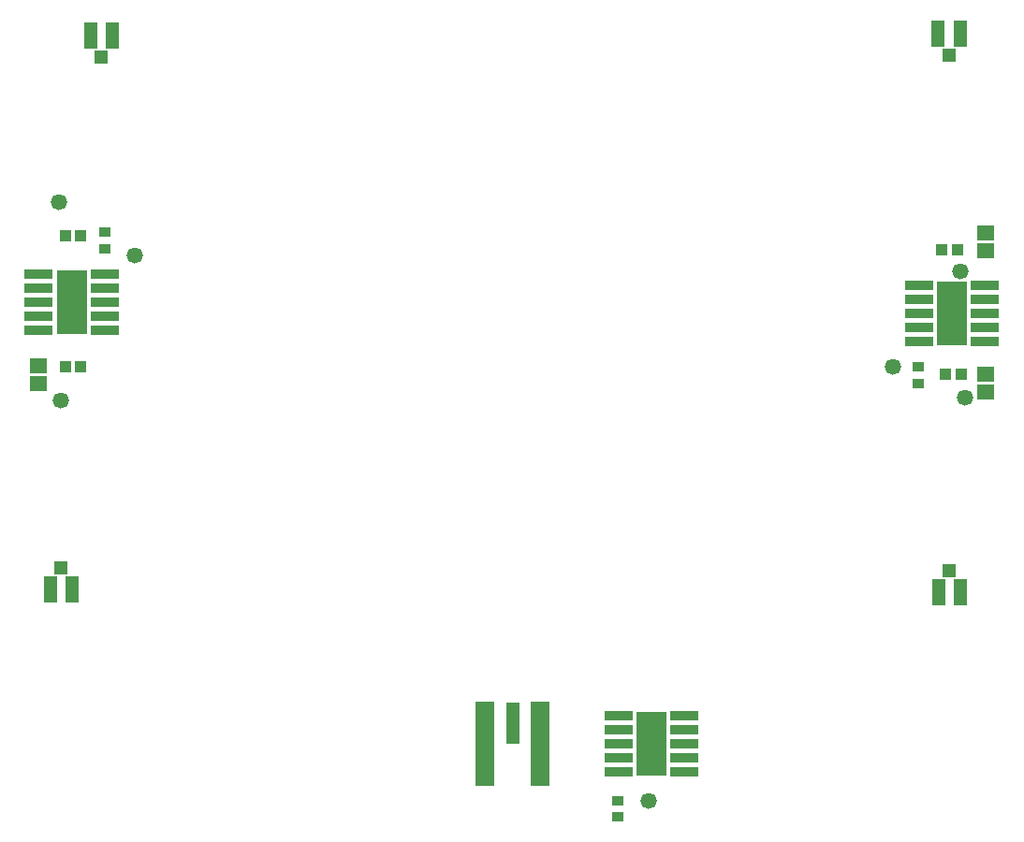
<source format=gts>
G04*
G04 #@! TF.GenerationSoftware,Altium Limited,Altium Designer,19.0.10 (269)*
G04*
G04 Layer_Color=8388736*
%FSLAX42Y42*%
%MOMM*%
G71*
G01*
G75*
%ADD20R,1.70X7.70*%
%ADD21R,1.30X3.83*%
%ADD22R,1.00X1.10*%
%ADD23R,1.10X0.90*%
%ADD24R,1.60X1.40*%
%ADD25R,2.61X0.96*%
%ADD26R,1.20X1.20*%
%ADD27R,1.20X2.40*%
%ADD28R,2.74X5.79*%
%ADD29C,1.47*%
D20*
X7370Y3721D02*
D03*
X7870D02*
D03*
D21*
X7620Y3912D02*
D03*
D22*
X3715Y8323D02*
D03*
X3575D02*
D03*
X11678Y7068D02*
D03*
X11538D02*
D03*
X3715Y7137D02*
D03*
X3575D02*
D03*
X11641Y8192D02*
D03*
X11501D02*
D03*
D23*
X3931Y8205D02*
D03*
Y8355D02*
D03*
X8572Y3212D02*
D03*
Y3062D02*
D03*
X11290Y6987D02*
D03*
Y7137D02*
D03*
D24*
X11900Y8188D02*
D03*
Y8348D02*
D03*
Y7065D02*
D03*
Y6905D02*
D03*
X3334Y6981D02*
D03*
Y7141D02*
D03*
D25*
X9176Y3467D02*
D03*
Y3594D02*
D03*
Y3721D02*
D03*
Y3848D02*
D03*
Y3975D02*
D03*
X8579D02*
D03*
Y3848D02*
D03*
Y3721D02*
D03*
Y3594D02*
D03*
Y3467D02*
D03*
X11297Y7366D02*
D03*
Y7493D02*
D03*
Y7620D02*
D03*
Y7747D02*
D03*
Y7874D02*
D03*
X11894D02*
D03*
Y7747D02*
D03*
Y7620D02*
D03*
Y7493D02*
D03*
Y7366D02*
D03*
X3931Y7976D02*
D03*
Y7849D02*
D03*
Y7722D02*
D03*
Y7595D02*
D03*
Y7468D02*
D03*
X3334D02*
D03*
Y7595D02*
D03*
Y7722D02*
D03*
Y7849D02*
D03*
Y7976D02*
D03*
D26*
X11571Y5295D02*
D03*
X3537Y5319D02*
D03*
X3900Y9935D02*
D03*
X11568Y9954D02*
D03*
D27*
X11471Y5095D02*
D03*
X11671D02*
D03*
X3437Y5119D02*
D03*
X3637D02*
D03*
X4000Y10135D02*
D03*
X3800D02*
D03*
X11468Y10154D02*
D03*
X11668D02*
D03*
D28*
X8877Y3721D02*
D03*
X11595Y7620D02*
D03*
X3632Y7722D02*
D03*
D29*
X3531Y6833D02*
D03*
X3518Y8623D02*
D03*
X4204Y8141D02*
D03*
X11671Y8001D02*
D03*
X8852Y3207D02*
D03*
X11062Y7137D02*
D03*
X7861Y4013D02*
D03*
X7366D02*
D03*
X11709Y6858D02*
D03*
M02*

</source>
